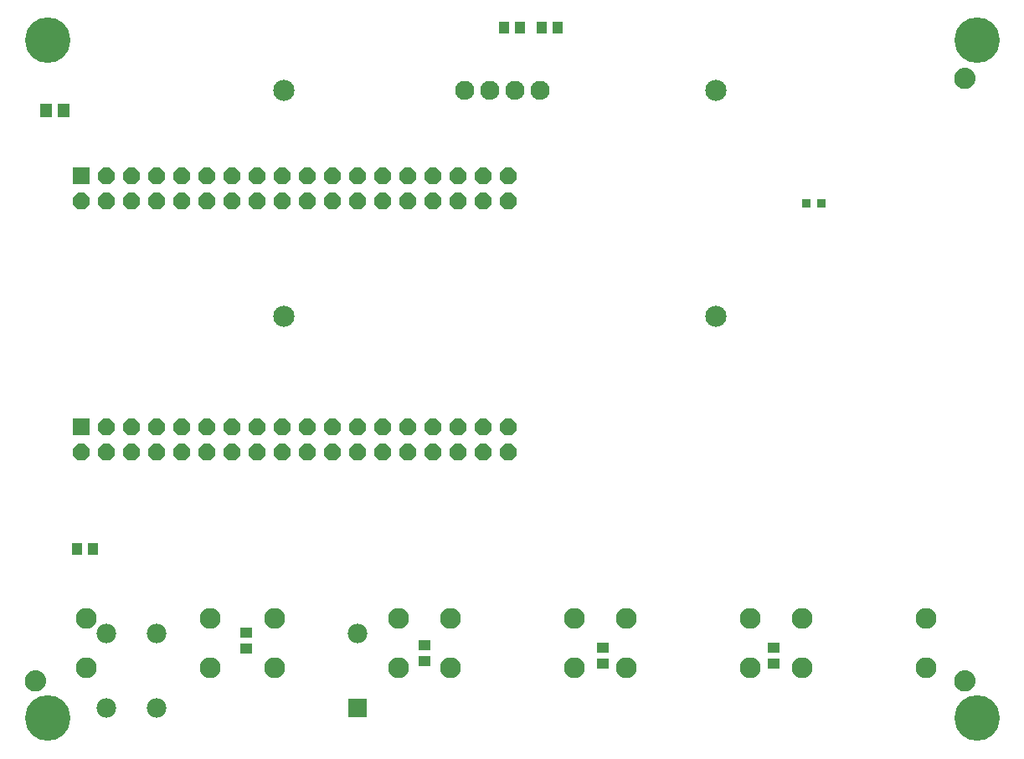
<source format=gbr>
G04 EAGLE Gerber RS-274X export*
G75*
%MOMM*%
%FSLAX34Y34*%
%LPD*%
%INSoldermask Top*%
%IPPOS*%
%AMOC8*
5,1,8,0,0,1.08239X$1,22.5*%
G01*
%ADD10R,0.952400X0.952400*%
%ADD11C,0.609600*%
%ADD12C,1.168400*%
%ADD13C,1.972400*%
%ADD14R,1.972400X1.972400*%
%ADD15C,4.597400*%
%ADD16R,1.102359X1.183641*%
%ADD17R,1.183641X1.102359*%
%ADD18R,1.295400X1.422400*%
%ADD19C,2.112400*%
%ADD20C,2.152400*%
%ADD21C,1.930400*%
%ADD22R,1.676400X1.676400*%
%ADD23P,1.814519X8X22.500000*%


D10*
X805300Y558800D03*
X820300Y558800D03*
D11*
X957580Y685800D02*
X957582Y685987D01*
X957589Y686174D01*
X957601Y686361D01*
X957617Y686547D01*
X957637Y686733D01*
X957662Y686918D01*
X957692Y687103D01*
X957726Y687287D01*
X957765Y687470D01*
X957808Y687652D01*
X957856Y687832D01*
X957908Y688012D01*
X957965Y688190D01*
X958025Y688367D01*
X958091Y688542D01*
X958160Y688716D01*
X958234Y688888D01*
X958312Y689058D01*
X958394Y689226D01*
X958480Y689392D01*
X958570Y689556D01*
X958664Y689717D01*
X958762Y689877D01*
X958864Y690033D01*
X958970Y690188D01*
X959080Y690339D01*
X959193Y690488D01*
X959310Y690634D01*
X959430Y690777D01*
X959554Y690917D01*
X959681Y691054D01*
X959812Y691188D01*
X959946Y691319D01*
X960083Y691446D01*
X960223Y691570D01*
X960366Y691690D01*
X960512Y691807D01*
X960661Y691920D01*
X960812Y692030D01*
X960967Y692136D01*
X961123Y692238D01*
X961283Y692336D01*
X961444Y692430D01*
X961608Y692520D01*
X961774Y692606D01*
X961942Y692688D01*
X962112Y692766D01*
X962284Y692840D01*
X962458Y692909D01*
X962633Y692975D01*
X962810Y693035D01*
X962988Y693092D01*
X963168Y693144D01*
X963348Y693192D01*
X963530Y693235D01*
X963713Y693274D01*
X963897Y693308D01*
X964082Y693338D01*
X964267Y693363D01*
X964453Y693383D01*
X964639Y693399D01*
X964826Y693411D01*
X965013Y693418D01*
X965200Y693420D01*
X965387Y693418D01*
X965574Y693411D01*
X965761Y693399D01*
X965947Y693383D01*
X966133Y693363D01*
X966318Y693338D01*
X966503Y693308D01*
X966687Y693274D01*
X966870Y693235D01*
X967052Y693192D01*
X967232Y693144D01*
X967412Y693092D01*
X967590Y693035D01*
X967767Y692975D01*
X967942Y692909D01*
X968116Y692840D01*
X968288Y692766D01*
X968458Y692688D01*
X968626Y692606D01*
X968792Y692520D01*
X968956Y692430D01*
X969117Y692336D01*
X969277Y692238D01*
X969433Y692136D01*
X969588Y692030D01*
X969739Y691920D01*
X969888Y691807D01*
X970034Y691690D01*
X970177Y691570D01*
X970317Y691446D01*
X970454Y691319D01*
X970588Y691188D01*
X970719Y691054D01*
X970846Y690917D01*
X970970Y690777D01*
X971090Y690634D01*
X971207Y690488D01*
X971320Y690339D01*
X971430Y690188D01*
X971536Y690033D01*
X971638Y689877D01*
X971736Y689717D01*
X971830Y689556D01*
X971920Y689392D01*
X972006Y689226D01*
X972088Y689058D01*
X972166Y688888D01*
X972240Y688716D01*
X972309Y688542D01*
X972375Y688367D01*
X972435Y688190D01*
X972492Y688012D01*
X972544Y687832D01*
X972592Y687652D01*
X972635Y687470D01*
X972674Y687287D01*
X972708Y687103D01*
X972738Y686918D01*
X972763Y686733D01*
X972783Y686547D01*
X972799Y686361D01*
X972811Y686174D01*
X972818Y685987D01*
X972820Y685800D01*
X972818Y685613D01*
X972811Y685426D01*
X972799Y685239D01*
X972783Y685053D01*
X972763Y684867D01*
X972738Y684682D01*
X972708Y684497D01*
X972674Y684313D01*
X972635Y684130D01*
X972592Y683948D01*
X972544Y683768D01*
X972492Y683588D01*
X972435Y683410D01*
X972375Y683233D01*
X972309Y683058D01*
X972240Y682884D01*
X972166Y682712D01*
X972088Y682542D01*
X972006Y682374D01*
X971920Y682208D01*
X971830Y682044D01*
X971736Y681883D01*
X971638Y681723D01*
X971536Y681567D01*
X971430Y681412D01*
X971320Y681261D01*
X971207Y681112D01*
X971090Y680966D01*
X970970Y680823D01*
X970846Y680683D01*
X970719Y680546D01*
X970588Y680412D01*
X970454Y680281D01*
X970317Y680154D01*
X970177Y680030D01*
X970034Y679910D01*
X969888Y679793D01*
X969739Y679680D01*
X969588Y679570D01*
X969433Y679464D01*
X969277Y679362D01*
X969117Y679264D01*
X968956Y679170D01*
X968792Y679080D01*
X968626Y678994D01*
X968458Y678912D01*
X968288Y678834D01*
X968116Y678760D01*
X967942Y678691D01*
X967767Y678625D01*
X967590Y678565D01*
X967412Y678508D01*
X967232Y678456D01*
X967052Y678408D01*
X966870Y678365D01*
X966687Y678326D01*
X966503Y678292D01*
X966318Y678262D01*
X966133Y678237D01*
X965947Y678217D01*
X965761Y678201D01*
X965574Y678189D01*
X965387Y678182D01*
X965200Y678180D01*
X965013Y678182D01*
X964826Y678189D01*
X964639Y678201D01*
X964453Y678217D01*
X964267Y678237D01*
X964082Y678262D01*
X963897Y678292D01*
X963713Y678326D01*
X963530Y678365D01*
X963348Y678408D01*
X963168Y678456D01*
X962988Y678508D01*
X962810Y678565D01*
X962633Y678625D01*
X962458Y678691D01*
X962284Y678760D01*
X962112Y678834D01*
X961942Y678912D01*
X961774Y678994D01*
X961608Y679080D01*
X961444Y679170D01*
X961283Y679264D01*
X961123Y679362D01*
X960967Y679464D01*
X960812Y679570D01*
X960661Y679680D01*
X960512Y679793D01*
X960366Y679910D01*
X960223Y680030D01*
X960083Y680154D01*
X959946Y680281D01*
X959812Y680412D01*
X959681Y680546D01*
X959554Y680683D01*
X959430Y680823D01*
X959310Y680966D01*
X959193Y681112D01*
X959080Y681261D01*
X958970Y681412D01*
X958864Y681567D01*
X958762Y681723D01*
X958664Y681883D01*
X958570Y682044D01*
X958480Y682208D01*
X958394Y682374D01*
X958312Y682542D01*
X958234Y682712D01*
X958160Y682884D01*
X958091Y683058D01*
X958025Y683233D01*
X957965Y683410D01*
X957908Y683588D01*
X957856Y683768D01*
X957808Y683948D01*
X957765Y684130D01*
X957726Y684313D01*
X957692Y684497D01*
X957662Y684682D01*
X957637Y684867D01*
X957617Y685053D01*
X957601Y685239D01*
X957589Y685426D01*
X957582Y685613D01*
X957580Y685800D01*
D12*
X965200Y685800D03*
D11*
X957580Y76200D02*
X957582Y76387D01*
X957589Y76574D01*
X957601Y76761D01*
X957617Y76947D01*
X957637Y77133D01*
X957662Y77318D01*
X957692Y77503D01*
X957726Y77687D01*
X957765Y77870D01*
X957808Y78052D01*
X957856Y78232D01*
X957908Y78412D01*
X957965Y78590D01*
X958025Y78767D01*
X958091Y78942D01*
X958160Y79116D01*
X958234Y79288D01*
X958312Y79458D01*
X958394Y79626D01*
X958480Y79792D01*
X958570Y79956D01*
X958664Y80117D01*
X958762Y80277D01*
X958864Y80433D01*
X958970Y80588D01*
X959080Y80739D01*
X959193Y80888D01*
X959310Y81034D01*
X959430Y81177D01*
X959554Y81317D01*
X959681Y81454D01*
X959812Y81588D01*
X959946Y81719D01*
X960083Y81846D01*
X960223Y81970D01*
X960366Y82090D01*
X960512Y82207D01*
X960661Y82320D01*
X960812Y82430D01*
X960967Y82536D01*
X961123Y82638D01*
X961283Y82736D01*
X961444Y82830D01*
X961608Y82920D01*
X961774Y83006D01*
X961942Y83088D01*
X962112Y83166D01*
X962284Y83240D01*
X962458Y83309D01*
X962633Y83375D01*
X962810Y83435D01*
X962988Y83492D01*
X963168Y83544D01*
X963348Y83592D01*
X963530Y83635D01*
X963713Y83674D01*
X963897Y83708D01*
X964082Y83738D01*
X964267Y83763D01*
X964453Y83783D01*
X964639Y83799D01*
X964826Y83811D01*
X965013Y83818D01*
X965200Y83820D01*
X965387Y83818D01*
X965574Y83811D01*
X965761Y83799D01*
X965947Y83783D01*
X966133Y83763D01*
X966318Y83738D01*
X966503Y83708D01*
X966687Y83674D01*
X966870Y83635D01*
X967052Y83592D01*
X967232Y83544D01*
X967412Y83492D01*
X967590Y83435D01*
X967767Y83375D01*
X967942Y83309D01*
X968116Y83240D01*
X968288Y83166D01*
X968458Y83088D01*
X968626Y83006D01*
X968792Y82920D01*
X968956Y82830D01*
X969117Y82736D01*
X969277Y82638D01*
X969433Y82536D01*
X969588Y82430D01*
X969739Y82320D01*
X969888Y82207D01*
X970034Y82090D01*
X970177Y81970D01*
X970317Y81846D01*
X970454Y81719D01*
X970588Y81588D01*
X970719Y81454D01*
X970846Y81317D01*
X970970Y81177D01*
X971090Y81034D01*
X971207Y80888D01*
X971320Y80739D01*
X971430Y80588D01*
X971536Y80433D01*
X971638Y80277D01*
X971736Y80117D01*
X971830Y79956D01*
X971920Y79792D01*
X972006Y79626D01*
X972088Y79458D01*
X972166Y79288D01*
X972240Y79116D01*
X972309Y78942D01*
X972375Y78767D01*
X972435Y78590D01*
X972492Y78412D01*
X972544Y78232D01*
X972592Y78052D01*
X972635Y77870D01*
X972674Y77687D01*
X972708Y77503D01*
X972738Y77318D01*
X972763Y77133D01*
X972783Y76947D01*
X972799Y76761D01*
X972811Y76574D01*
X972818Y76387D01*
X972820Y76200D01*
X972818Y76013D01*
X972811Y75826D01*
X972799Y75639D01*
X972783Y75453D01*
X972763Y75267D01*
X972738Y75082D01*
X972708Y74897D01*
X972674Y74713D01*
X972635Y74530D01*
X972592Y74348D01*
X972544Y74168D01*
X972492Y73988D01*
X972435Y73810D01*
X972375Y73633D01*
X972309Y73458D01*
X972240Y73284D01*
X972166Y73112D01*
X972088Y72942D01*
X972006Y72774D01*
X971920Y72608D01*
X971830Y72444D01*
X971736Y72283D01*
X971638Y72123D01*
X971536Y71967D01*
X971430Y71812D01*
X971320Y71661D01*
X971207Y71512D01*
X971090Y71366D01*
X970970Y71223D01*
X970846Y71083D01*
X970719Y70946D01*
X970588Y70812D01*
X970454Y70681D01*
X970317Y70554D01*
X970177Y70430D01*
X970034Y70310D01*
X969888Y70193D01*
X969739Y70080D01*
X969588Y69970D01*
X969433Y69864D01*
X969277Y69762D01*
X969117Y69664D01*
X968956Y69570D01*
X968792Y69480D01*
X968626Y69394D01*
X968458Y69312D01*
X968288Y69234D01*
X968116Y69160D01*
X967942Y69091D01*
X967767Y69025D01*
X967590Y68965D01*
X967412Y68908D01*
X967232Y68856D01*
X967052Y68808D01*
X966870Y68765D01*
X966687Y68726D01*
X966503Y68692D01*
X966318Y68662D01*
X966133Y68637D01*
X965947Y68617D01*
X965761Y68601D01*
X965574Y68589D01*
X965387Y68582D01*
X965200Y68580D01*
X965013Y68582D01*
X964826Y68589D01*
X964639Y68601D01*
X964453Y68617D01*
X964267Y68637D01*
X964082Y68662D01*
X963897Y68692D01*
X963713Y68726D01*
X963530Y68765D01*
X963348Y68808D01*
X963168Y68856D01*
X962988Y68908D01*
X962810Y68965D01*
X962633Y69025D01*
X962458Y69091D01*
X962284Y69160D01*
X962112Y69234D01*
X961942Y69312D01*
X961774Y69394D01*
X961608Y69480D01*
X961444Y69570D01*
X961283Y69664D01*
X961123Y69762D01*
X960967Y69864D01*
X960812Y69970D01*
X960661Y70080D01*
X960512Y70193D01*
X960366Y70310D01*
X960223Y70430D01*
X960083Y70554D01*
X959946Y70681D01*
X959812Y70812D01*
X959681Y70946D01*
X959554Y71083D01*
X959430Y71223D01*
X959310Y71366D01*
X959193Y71512D01*
X959080Y71661D01*
X958970Y71812D01*
X958864Y71967D01*
X958762Y72123D01*
X958664Y72283D01*
X958570Y72444D01*
X958480Y72608D01*
X958394Y72774D01*
X958312Y72942D01*
X958234Y73112D01*
X958160Y73284D01*
X958091Y73458D01*
X958025Y73633D01*
X957965Y73810D01*
X957908Y73988D01*
X957856Y74168D01*
X957808Y74348D01*
X957765Y74530D01*
X957726Y74713D01*
X957692Y74897D01*
X957662Y75082D01*
X957637Y75267D01*
X957617Y75453D01*
X957601Y75639D01*
X957589Y75826D01*
X957582Y76013D01*
X957580Y76200D01*
D12*
X965200Y76200D03*
D11*
X17780Y76200D02*
X17782Y76387D01*
X17789Y76574D01*
X17801Y76761D01*
X17817Y76947D01*
X17837Y77133D01*
X17862Y77318D01*
X17892Y77503D01*
X17926Y77687D01*
X17965Y77870D01*
X18008Y78052D01*
X18056Y78232D01*
X18108Y78412D01*
X18165Y78590D01*
X18225Y78767D01*
X18291Y78942D01*
X18360Y79116D01*
X18434Y79288D01*
X18512Y79458D01*
X18594Y79626D01*
X18680Y79792D01*
X18770Y79956D01*
X18864Y80117D01*
X18962Y80277D01*
X19064Y80433D01*
X19170Y80588D01*
X19280Y80739D01*
X19393Y80888D01*
X19510Y81034D01*
X19630Y81177D01*
X19754Y81317D01*
X19881Y81454D01*
X20012Y81588D01*
X20146Y81719D01*
X20283Y81846D01*
X20423Y81970D01*
X20566Y82090D01*
X20712Y82207D01*
X20861Y82320D01*
X21012Y82430D01*
X21167Y82536D01*
X21323Y82638D01*
X21483Y82736D01*
X21644Y82830D01*
X21808Y82920D01*
X21974Y83006D01*
X22142Y83088D01*
X22312Y83166D01*
X22484Y83240D01*
X22658Y83309D01*
X22833Y83375D01*
X23010Y83435D01*
X23188Y83492D01*
X23368Y83544D01*
X23548Y83592D01*
X23730Y83635D01*
X23913Y83674D01*
X24097Y83708D01*
X24282Y83738D01*
X24467Y83763D01*
X24653Y83783D01*
X24839Y83799D01*
X25026Y83811D01*
X25213Y83818D01*
X25400Y83820D01*
X25587Y83818D01*
X25774Y83811D01*
X25961Y83799D01*
X26147Y83783D01*
X26333Y83763D01*
X26518Y83738D01*
X26703Y83708D01*
X26887Y83674D01*
X27070Y83635D01*
X27252Y83592D01*
X27432Y83544D01*
X27612Y83492D01*
X27790Y83435D01*
X27967Y83375D01*
X28142Y83309D01*
X28316Y83240D01*
X28488Y83166D01*
X28658Y83088D01*
X28826Y83006D01*
X28992Y82920D01*
X29156Y82830D01*
X29317Y82736D01*
X29477Y82638D01*
X29633Y82536D01*
X29788Y82430D01*
X29939Y82320D01*
X30088Y82207D01*
X30234Y82090D01*
X30377Y81970D01*
X30517Y81846D01*
X30654Y81719D01*
X30788Y81588D01*
X30919Y81454D01*
X31046Y81317D01*
X31170Y81177D01*
X31290Y81034D01*
X31407Y80888D01*
X31520Y80739D01*
X31630Y80588D01*
X31736Y80433D01*
X31838Y80277D01*
X31936Y80117D01*
X32030Y79956D01*
X32120Y79792D01*
X32206Y79626D01*
X32288Y79458D01*
X32366Y79288D01*
X32440Y79116D01*
X32509Y78942D01*
X32575Y78767D01*
X32635Y78590D01*
X32692Y78412D01*
X32744Y78232D01*
X32792Y78052D01*
X32835Y77870D01*
X32874Y77687D01*
X32908Y77503D01*
X32938Y77318D01*
X32963Y77133D01*
X32983Y76947D01*
X32999Y76761D01*
X33011Y76574D01*
X33018Y76387D01*
X33020Y76200D01*
X33018Y76013D01*
X33011Y75826D01*
X32999Y75639D01*
X32983Y75453D01*
X32963Y75267D01*
X32938Y75082D01*
X32908Y74897D01*
X32874Y74713D01*
X32835Y74530D01*
X32792Y74348D01*
X32744Y74168D01*
X32692Y73988D01*
X32635Y73810D01*
X32575Y73633D01*
X32509Y73458D01*
X32440Y73284D01*
X32366Y73112D01*
X32288Y72942D01*
X32206Y72774D01*
X32120Y72608D01*
X32030Y72444D01*
X31936Y72283D01*
X31838Y72123D01*
X31736Y71967D01*
X31630Y71812D01*
X31520Y71661D01*
X31407Y71512D01*
X31290Y71366D01*
X31170Y71223D01*
X31046Y71083D01*
X30919Y70946D01*
X30788Y70812D01*
X30654Y70681D01*
X30517Y70554D01*
X30377Y70430D01*
X30234Y70310D01*
X30088Y70193D01*
X29939Y70080D01*
X29788Y69970D01*
X29633Y69864D01*
X29477Y69762D01*
X29317Y69664D01*
X29156Y69570D01*
X28992Y69480D01*
X28826Y69394D01*
X28658Y69312D01*
X28488Y69234D01*
X28316Y69160D01*
X28142Y69091D01*
X27967Y69025D01*
X27790Y68965D01*
X27612Y68908D01*
X27432Y68856D01*
X27252Y68808D01*
X27070Y68765D01*
X26887Y68726D01*
X26703Y68692D01*
X26518Y68662D01*
X26333Y68637D01*
X26147Y68617D01*
X25961Y68601D01*
X25774Y68589D01*
X25587Y68582D01*
X25400Y68580D01*
X25213Y68582D01*
X25026Y68589D01*
X24839Y68601D01*
X24653Y68617D01*
X24467Y68637D01*
X24282Y68662D01*
X24097Y68692D01*
X23913Y68726D01*
X23730Y68765D01*
X23548Y68808D01*
X23368Y68856D01*
X23188Y68908D01*
X23010Y68965D01*
X22833Y69025D01*
X22658Y69091D01*
X22484Y69160D01*
X22312Y69234D01*
X22142Y69312D01*
X21974Y69394D01*
X21808Y69480D01*
X21644Y69570D01*
X21483Y69664D01*
X21323Y69762D01*
X21167Y69864D01*
X21012Y69970D01*
X20861Y70080D01*
X20712Y70193D01*
X20566Y70310D01*
X20423Y70430D01*
X20283Y70554D01*
X20146Y70681D01*
X20012Y70812D01*
X19881Y70946D01*
X19754Y71083D01*
X19630Y71223D01*
X19510Y71366D01*
X19393Y71512D01*
X19280Y71661D01*
X19170Y71812D01*
X19064Y71967D01*
X18962Y72123D01*
X18864Y72283D01*
X18770Y72444D01*
X18680Y72608D01*
X18594Y72774D01*
X18512Y72942D01*
X18434Y73112D01*
X18360Y73284D01*
X18291Y73458D01*
X18225Y73633D01*
X18165Y73810D01*
X18108Y73988D01*
X18056Y74168D01*
X18008Y74348D01*
X17965Y74530D01*
X17926Y74713D01*
X17892Y74897D01*
X17862Y75082D01*
X17837Y75267D01*
X17817Y75453D01*
X17801Y75639D01*
X17789Y75826D01*
X17782Y76013D01*
X17780Y76200D01*
D12*
X25400Y76200D03*
D13*
X148200Y48700D03*
X97800Y48700D03*
X148200Y123700D03*
X97800Y123700D03*
D14*
X351200Y48700D03*
D13*
X351200Y123700D03*
D15*
X977900Y38100D03*
X38100Y38100D03*
X977900Y723900D03*
X38100Y723900D03*
D16*
X538099Y736600D03*
X554101Y736600D03*
X499999Y736600D03*
X516001Y736600D03*
X84201Y209550D03*
X68199Y209550D03*
D17*
X238760Y108839D03*
X238760Y124841D03*
X419100Y96139D03*
X419100Y112141D03*
X599440Y93599D03*
X599440Y109601D03*
X772160Y93599D03*
X772160Y109601D03*
D18*
X54610Y652780D03*
X36830Y652780D03*
D19*
X202200Y139300D03*
X202200Y89300D03*
X77200Y89300D03*
X77200Y139300D03*
X392700Y139300D03*
X392700Y89300D03*
X267700Y89300D03*
X267700Y139300D03*
X570500Y139300D03*
X570500Y89300D03*
X445500Y89300D03*
X445500Y139300D03*
X748300Y139300D03*
X748300Y89300D03*
X623300Y89300D03*
X623300Y139300D03*
X926100Y139300D03*
X926100Y89300D03*
X801100Y89300D03*
X801100Y139300D03*
D20*
X276860Y444500D03*
X713740Y444500D03*
X276860Y673100D03*
X713740Y673100D03*
D21*
X535940Y673100D03*
X510540Y673100D03*
X485140Y673100D03*
X459740Y673100D03*
D22*
X71800Y587000D03*
D23*
X71800Y561600D03*
X97200Y587000D03*
X97200Y561600D03*
X122600Y587000D03*
X122600Y561600D03*
X148000Y587000D03*
X148000Y561600D03*
X173400Y587000D03*
X173400Y561600D03*
X198800Y587000D03*
X198800Y561600D03*
X224200Y587000D03*
X224200Y561600D03*
X249600Y587000D03*
X249600Y561600D03*
X275000Y587000D03*
X275000Y561600D03*
X300400Y587000D03*
X300400Y561600D03*
X325800Y587000D03*
X325800Y561600D03*
X351200Y587000D03*
X351200Y561600D03*
X376600Y587000D03*
X376600Y561600D03*
X402000Y587000D03*
X402000Y561600D03*
X427400Y587000D03*
X427400Y561600D03*
X452800Y587000D03*
X452800Y561600D03*
X478200Y587000D03*
X478200Y561600D03*
X503600Y587000D03*
X503600Y561600D03*
D22*
X71800Y333000D03*
D23*
X71800Y307600D03*
X97200Y333000D03*
X97200Y307600D03*
X122600Y333000D03*
X122600Y307600D03*
X148000Y333000D03*
X148000Y307600D03*
X173400Y333000D03*
X173400Y307600D03*
X198800Y333000D03*
X198800Y307600D03*
X224200Y333000D03*
X224200Y307600D03*
X249600Y333000D03*
X249600Y307600D03*
X275000Y333000D03*
X275000Y307600D03*
X300400Y333000D03*
X300400Y307600D03*
X325800Y333000D03*
X325800Y307600D03*
X351200Y333000D03*
X351200Y307600D03*
X376600Y333000D03*
X376600Y307600D03*
X402000Y333000D03*
X402000Y307600D03*
X427400Y333000D03*
X427400Y307600D03*
X452800Y333000D03*
X452800Y307600D03*
X478200Y333000D03*
X478200Y307600D03*
X503600Y333000D03*
X503600Y307600D03*
M02*

</source>
